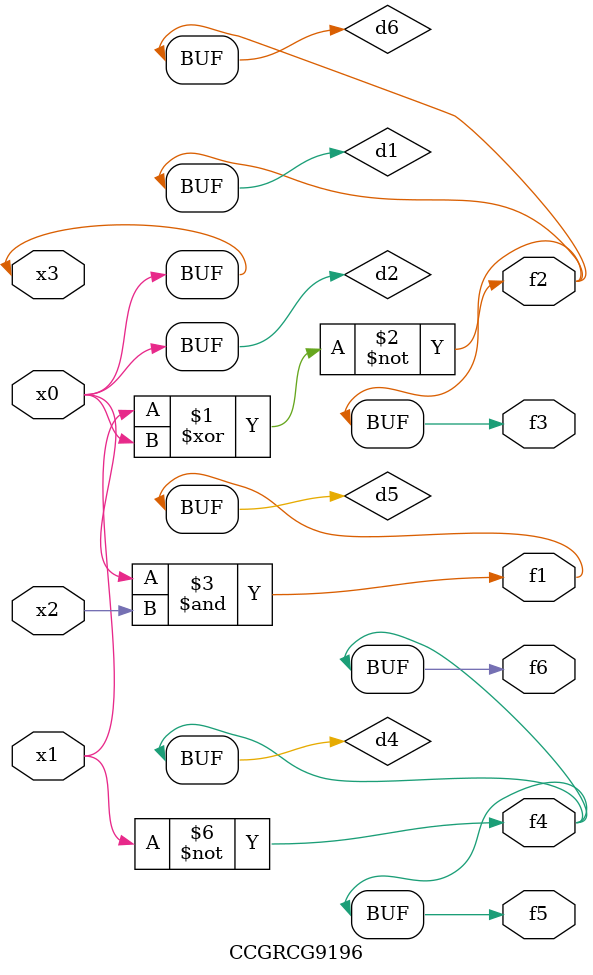
<source format=v>
module CCGRCG9196(
	input x0, x1, x2, x3,
	output f1, f2, f3, f4, f5, f6
);

	wire d1, d2, d3, d4, d5, d6;

	xnor (d1, x1, x3);
	buf (d2, x0, x3);
	nand (d3, x0, x2);
	not (d4, x1);
	nand (d5, d3);
	or (d6, d1);
	assign f1 = d5;
	assign f2 = d6;
	assign f3 = d6;
	assign f4 = d4;
	assign f5 = d4;
	assign f6 = d4;
endmodule

</source>
